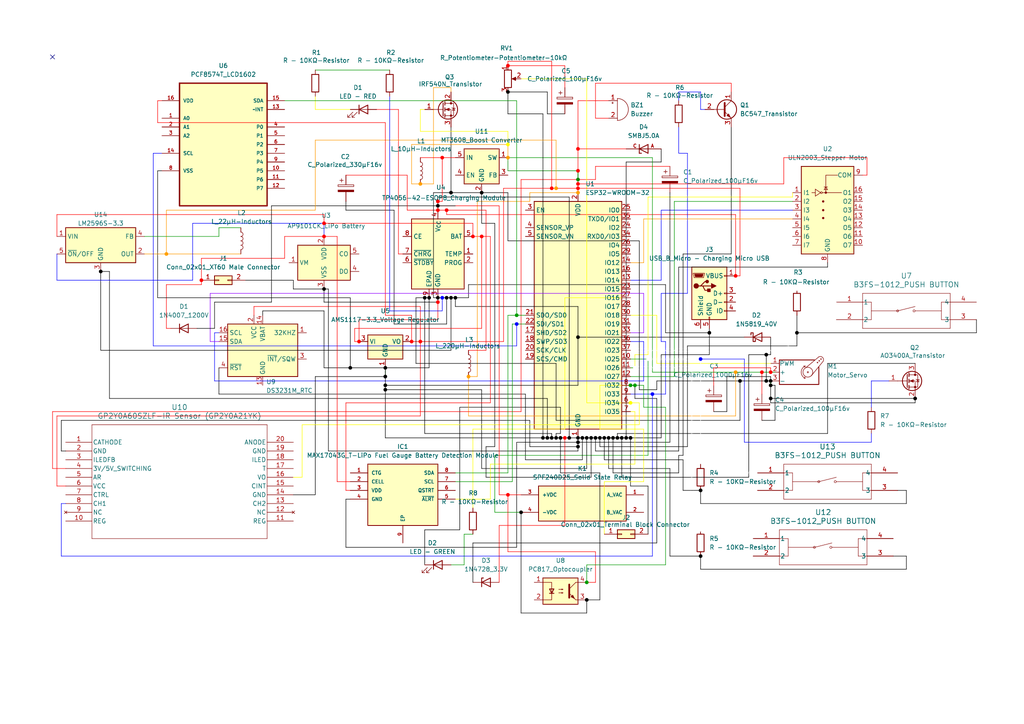
<source format=kicad_sch>
(kicad_sch (version 20250114) (generator "eeschema") (generator_version "9.0")
  (paper "A4")
  (junction (at 160.02 127) (color 0 0 0 1))
  (junction (at 147.32 143.51) (color 255 0 0 1))
  (junction (at 189.23 114.3) (color 0 0 255 1))
  (junction (at 167.64 128.27) (color 0 0 0 1))
  (junction (at 147.32 45.72) (color 255 153 0 1))
  (junction (at 182.88 127) (color 0 0 0 1))
  (junction (at 182.88 116.84) (color 255 255 0 1))
  (junction (at 167.64 49.53) (color 255 0 0 1))
  (junction (at 223.52 107.95) (color 255 0 0 1))
  (junction (at 101.6 106.68) (color 0 0 0 1))
  (junction (at 149.86 93.98) (color 0 0 255 1))
  (junction (at 170.18 168.91))
  (junction (at 135.89 109.22) (color 255 153 0 1))
  (junction (at 111.76 109.22) (color 0 0 0 1))
  (junction (at 158.75 127) (color 0 0 0 1))
  (junction (at 213.36 107.95) (color 255 153 0 1))
  (junction (at 165.1 127) (color 0 0 0 1))
  (junction (at 127 58.42) (color 255 0 0 1))
  (junction (at 220.98 107.95) (color 255 0 0 1))
  (junction (at 167.64 55.88) (color 255 153 0 1))
  (junction (at 203.2 104.14) (color 0 0 255 1))
  (junction (at 167.64 43.18) (color 255 0 0 1))
  (junction (at 168.91 127) (color 0 0 0 1))
  (junction (at 203.2 161.29) (color 0 0 0 1))
  (junction (at 147.32 41.91) (color 255 255 0 1))
  (junction (at 167.64 127) (color 0 0 0 1))
  (junction (at 167.64 53.34) (color 255 0 0 1))
  (junction (at 149.86 91.44))
  (junction (at 157.48 127) (color 0 0 0 1))
  (junction (at 223.52 115.57) (color 0 0 0 1))
  (junction (at 127 59.69) (color 0 0 0 1))
  (junction (at 187.96 104.14) (color 255 255 255 1))
  (junction (at 167.64 54.61) (color 255 0 0 1))
  (junction (at 172.72 127) (color 0 0 0 1))
  (junction (at 127 60.96) (color 255 0 0 1))
  (junction (at 222.25 102.87) (color 0 0 0 1))
  (junction (at 222.25 110.49) (color 0 0 0 1))
  (junction (at 93.98 83.82) (color 0 0 0 1))
  (junction (at 231.14 83.82) (color 255 255 255 1))
  (junction (at 177.8 127) (color 0 0 0 1))
  (junction (at 111.76 106.68) (color 0 0 0 1))
  (junction (at 151.13 148.59) (color 0 0 0 1))
  (junction (at 162.56 127) (color 0 0 0 1))
  (junction (at 161.29 54.61) (color 255 153 0 1))
  (junction (at 167.64 52.07) (color 0 132 0 1))
  (junction (at 167.64 129.54) (color 0 0 0 1))
  (junction (at 180.34 127) (color 0 0 0 1))
  (junction (at 163.83 127) (color 255 0 0 1))
  (junction (at 223.52 110.49) (color 0 0 0 1))
  (junction (at 161.29 127) (color 0 0 0 1))
  (junction (at 205.74 96.52) (color 0 0 0 1))
  (junction (at 231.14 96.52) (color 0 0 0 1))
  (junction (at 93.98 68.58) (color 255 0 0 1))
  (junction (at 137.16 68.58) (color 255 0 0 1))
  (junction (at 104.14 99.06) (color 255 0 0 1))
  (junction (at 182.88 111.76))
  (junction (at 130.81 55.88) (color 0 0 0 1))
  (junction (at 48.26 73.66) (color 255 153 0 1))
  (junction (at 121.92 53.34) (color 255 153 0 1))
  (junction (at 121.92 99.06) (color 255 0 0 1))
  (junction (at 129.54 86.36) (color 0 0 0 1))
  (junction (at 175.26 127) (color 0 0 0 1))
  (junction (at 170.18 173.99) (color 0 0 0 1))
  (junction (at 139.7 55.88) (color 0 0 0 1))
  (junction (at 214.63 110.49) (color 0 0 0 1))
  (junction (at 58.42 81.28) (color 255 0 0 1))
  (junction (at 128.27 86.36) (color 0 0 255 1))
  (junction (at 93.98 64.77) (color 255 0 0 1))
  (junction (at 111.76 111.76) (color 0 0 0 1))
  (junction (at 184.15 106.68) (color 255 255 255 1))
  (junction (at 167.64 97.79) (color 0 0 0 1))
  (junction (at 171.45 127) (color 0 0 0 1))
  (junction (at 128.27 45.72) (color 255 0 0 1))
  (junction (at 184.15 111.76))
  (junction (at 124.46 86.36) (color 0 0 0 1))
  (junction (at 111.76 113.03) (color 0 0 0 1))
  (junction (at 173.99 127) (color 0 0 0 1))
  (junction (at 181.61 127) (color 0 0 0 1))
  (junction (at 147.32 26.67) (color 0 0 0 1))
  (junction (at 123.19 86.36) (color 0 0 0 1))
  (junction (at 203.2 153.67) (color 255 255 255 1))
  (junction (at 139.7 68.58) (color 255 0 0 1))
  (junction (at 127 86.36) (color 0 0 0 1))
  (junction (at 203.2 142.24) (color 0 0 0 1))
  (junction (at 132.08 86.36) (color 0 0 0 1))
  (junction (at 147.32 19.05) (color 255 0 0 1))
  (junction (at 170.18 127) (color 0 0 0 1))
  (junction (at 129.54 60.96) (color 255 0 0 1))
  (junction (at 213.36 80.01) (color 255 0 0 1))
  (junction (at 176.53 127) (color 0 0 0 1))
  (junction (at 203.2 132.08) (color 255 255 255 1))
  (junction (at 119.38 99.06) (color 255 0 0 1))
  (junction (at 130.81 86.36) (color 0 0 0 1))
  (junction (at 265.43 115.57) (color 0 0 0 1))
  (junction (at 160.02 54.61) (color 255 0 0 1))
  (junction (at 127 87.63) (color 255 0 0 1))
  (junction (at 179.07 127) (color 0 0 0 1))
  (junction (at 29.21 78.74) (color 0 0 0 1))
  (junction (at 223.52 111.76) (color 0 0 0 1))
  (no_connect (at 15.24 16.51))
  (wire (pts (xy 203.2 134.62) (xy 203.2 132.08)) (stroke (width 0) (color 255 255 255 1)))
  (wire (pts (xy 82.55 29.21) (xy 149.86 29.21)))
  (wire (pts (xy 147.32 69.85) (xy 147.32 55.88)) (stroke (width 0) (color 0 0 0 1)))
  (wire (pts (xy 176.53 135.89) (xy 176.53 127)) (stroke (width 0) (color 0 0 0 1)))
  (wire (pts (xy 231.14 91.44) (xy 231.14 96.52)) (stroke (width 0) (color 0 0 0 1)))
  (wire (pts (xy 196.85 137.16) (xy 177.8 137.16)) (stroke (width 0) (color 0 0 0 1)))
  (wire (pts (xy 170.18 163.83) (xy 170.18 168.91)))
  (wire (pts (xy 144.78 143.51) (xy 144.78 59.69)) (stroke (width 0) (color 255 0 0 1)))
  (wire (pts (xy 157.48 127) (xy 158.75 127)) (stroke (width 0) (color 0 0 0 1)))
  (wire (pts (xy 190.5 113.03) (xy 185.42 113.03)) (stroke (width 0) (color 0 0 0 1)))
  (wire (pts (xy 185.42 123.19) (xy 185.42 116.84)) (stroke (width 0) (color 255 255 0 1)))
  (wire (pts (xy 175.26 139.7) (xy 186.69 139.7)) (stroke (width 0) (color 255 255 0 1)))
  (wire (pts (xy 19.05 140.97) (xy 16.51 140.97)) (stroke (width 0) (color 255 0 0 1)))
  (wire (pts (xy 151.13 22.86) (xy 170.18 22.86)) (stroke (width 0) (color 255 255 0 1)))
  (wire (pts (xy 142.24 134.62) (xy 184.15 134.62)) (stroke (width 0) (color 255 255 0 1)))
  (wire (pts (xy 194.31 135.89) (xy 176.53 135.89)) (stroke (width 0) (color 0 0 0 1)))
  (wire (pts (xy 147.32 49.53) (xy 147.32 45.72)) (stroke (width 0) (color 0 132 0 1)))
  (wire (pts (xy 203.2 26.67) (xy 203.2 31.75)) (stroke (width 0) (color 0 0 255 1)))
  (wire (pts (xy 180.34 127) (xy 179.07 127)) (stroke (width 0) (color 0 0 0 1)))
  (wire (pts (xy 111.76 91.44) (xy 119.38 91.44)) (stroke (width 0) (color 255 0 0 1)))
  (wire (pts (xy 95.25 130.81) (xy 167.64 130.81)) (stroke (width 0) (color 0 0 0 1)))
  (wire (pts (xy 48.26 60.96) (xy 91.44 60.96)) (stroke (width 0) (color 255 153 0 1)))
  (wire (pts (xy 160.02 127) (xy 161.29 127)) (stroke (width 0) (color 0 0 0 1)))
  (wire (pts (xy 17.78 146.05) (xy 17.78 161.29)) (stroke (width 0) (color 0 0 255 1)))
  (wire (pts (xy 214.63 110.49) (xy 222.25 110.49)) (stroke (width 0) (color 0 0 0 1)))
  (wire (pts (xy 132.08 139.7) (xy 148.59 139.7)))
  (wire (pts (xy 85.09 143.51) (xy 91.44 143.51)) (stroke (width 0) (color 0 0 0 1)))
  (wire (pts (xy 127 92.71) (xy 104.14 92.71)) (stroke (width 0) (color 255 0 0 1)))
  (wire (pts (xy 127 86.36) (xy 127 87.63)) (stroke (width 0) (color 0 0 0 1)))
  (wire (pts (xy 97.79 139.7) (xy 97.79 68.58)) (stroke (width 0) (color 255 0 0 1)))
  (wire (pts (xy 223.52 106.68) (xy 223.52 107.95)) (stroke (width 0) (color 255 0 0 1)))
  (wire (pts (xy 132.08 86.36) (xy 130.81 86.36)) (stroke (width 0) (color 0 0 0 1)))
  (wire (pts (xy 45.72 29.21) (xy 46.99 29.21)) (stroke (width 0) (color 255 0 0 1)))
  (wire (pts (xy 124.46 86.36) (xy 124.46 106.68)) (stroke (width 0) (color 0 0 0 1)))
  (wire (pts (xy 177.8 137.16) (xy 177.8 127)) (stroke (width 0) (color 0 0 0 1)))
  (wire (pts (xy 194.31 128.27) (xy 167.64 128.27)) (stroke (width 0) (color 0 0 0 1)))
  (wire (pts (xy 19.05 130.81) (xy 17.78 130.81)) (stroke (width 0) (color 0 0 0 1)))
  (wire (pts (xy 224.79 107.95) (xy 223.52 107.95)))
  (wire (pts (xy 194.31 48.26) (xy 172.72 48.26)) (stroke (width 0) (color 255 0 0 1)))
  (wire (pts (xy 162.56 118.11) (xy 162.56 125.73)) (stroke (width 0) (color 0 0 0 1)))
  (wire (pts (xy 170.18 177.8) (xy 170.18 173.99)) (stroke (width 0) (color 0 0 0 1)))
  (wire (pts (xy 63.5 66.04) (xy 69.85 66.04)))
  (wire (pts (xy 181.61 46.99) (xy 181.61 127)) (stroke (width 0) (color 0 0 0 1)))
  (wire (pts (xy 140.97 129.54) (xy 140.97 138.43)) (stroke (width 0) (color 0 0 0 1)))
  (wire (pts (xy 121.92 45.72) (xy 128.27 45.72)) (stroke (width 0) (color 255 0 0 1)))
  (wire (pts (xy 140.97 101.6) (xy 135.89 101.6)) (stroke (width 0) (color 255 0 0 1)))
  (wire (pts (xy 170.18 173.99) (xy 173.99 173.99)) (stroke (width 0) (color 0 0 0 1)))
  (wire (pts (xy 95.25 83.82) (xy 95.25 130.81)) (stroke (width 0) (color 0 0 0 1)))
  (wire (pts (xy 173.99 111.76) (xy 182.88 111.76)) (stroke (width 0) (color 255 255 0 1)))
  (wire (pts (xy 147.32 91.44) (xy 147.32 137.16)))
  (wire (pts (xy 93.98 83.82) (xy 93.98 87.63)) (stroke (width 0) (color 0 0 0 1)))
  (wire (pts (xy 207.01 106.68) (xy 223.52 106.68)) (stroke (width 0) (color 255 0 0 1)))
  (wire (pts (xy 148.59 139.7) (xy 148.59 93.98)))
  (wire (pts (xy 85.09 138.43) (xy 87.63 138.43)) (stroke (width 0) (color 255 255 0 1)))
  (wire (pts (xy 172.72 168.91) (xy 170.18 168.91)) (stroke (width 0) (color 255 0 0 1)))
  (wire (pts (xy 170.18 135.89) (xy 170.18 127)) (stroke (width 0) (color 0 0 0 1)))
  (wire (pts (xy 157.48 33.02) (xy 157.48 127)) (stroke (width 0) (color 0 0 0 1)))
  (wire (pts (xy 252.73 110.49) (xy 257.81 110.49)) (stroke (width 0) (color 0 0 255 1)))
  (wire (pts (xy 191.77 85.09) (xy 199.39 85.09)) (stroke (width 0) (color 0 0 255 1)))
  (wire (pts (xy 147.32 26.67) (xy 147.32 33.02)) (stroke (width 0) (color 0 0 0 1)))
  (wire (pts (xy 213.36 62.23) (xy 129.54 62.23)) (stroke (width 0) (color 255 0 0 1)))
  (wire (pts (xy 185.42 113.03) (xy 185.42 69.85)) (stroke (width 0) (color 0 0 0 1)))
  (wire (pts (xy 147.32 91.44) (xy 149.86 91.44)))
  (wire (pts (xy 172.72 34.29) (xy 176.53 34.29)) (stroke (width 0) (color 255 0 0 1)))
  (wire (pts (xy 146.05 54.61) (xy 160.02 54.61)) (stroke (width 0) (color 255 0 0 1)))
  (wire (pts (xy 63.5 68.58) (xy 63.5 66.04)))
  (wire (pts (xy 229.87 58.42) (xy 195.58 58.42)))
  (wire (pts (xy 44.45 100.33) (xy 149.86 100.33)) (stroke (width 0) (color 0 0 255 1)))
  (wire (pts (xy 205.74 95.25) (xy 205.74 96.52)) (stroke (width 0) (color 0 0 0 1)))
  (wire (pts (xy 127 57.15) (xy 165.1 57.15)) (stroke (width 0) (color 0 0 0 1)))
  (wire (pts (xy 102.87 99.06) (xy 104.14 99.06)) (stroke (width 0) (color 255 0 0 1)))
  (wire (pts (xy 187.96 104.14) (xy 203.2 104.14)) (stroke (width 0) (color 255 255 255 1)))
  (wire (pts (xy 175.26 133.35) (xy 175.26 127)) (stroke (width 0) (color 0 0 0 1)))
  (wire (pts (xy 198.12 133.35) (xy 175.26 133.35)) (stroke (width 0) (color 0 0 0 1)))
  (wire (pts (xy 203.2 31.75) (xy 204.47 31.75)) (stroke (width 0) (color 0 0 255 1)))
  (wire (pts (xy 167.64 128.27) (xy 167.64 127)) (stroke (width 0) (color 0 0 0 1)))
  (wire (pts (xy 119.38 91.44) (xy 119.38 99.06)) (stroke (width 0) (color 255 0 0 1)))
  (wire (pts (xy 182.88 127) (xy 181.61 127)) (stroke (width 0) (color 0 0 0 1)))
  (wire (pts (xy 179.07 125.73) (xy 179.07 127)) (stroke (width 0) (color 0 0 0 1)))
  (wire (pts (xy 176.53 29.21) (xy 167.64 29.21)) (stroke (width 0) (color 255 0 0 1)))
  (wire (pts (xy 167.64 43.18) (xy 167.64 49.53)) (stroke (width 0) (color 255 0 0 1)))
  (wire (pts (xy 111.76 109.22) (xy 111.76 106.68)))
  (wire (pts (xy 73.66 91.44) (xy 73.66 88.9)) (stroke (width 0) (color 255 0 0 1)))
  (wire (pts (xy 193.04 99.06) (xy 191.77 99.06)) (stroke (width 0) (color 0 0 255 1)))
  (wire (pts (xy 167.64 54.61) (xy 167.64 55.88)) (stroke (width 0) (color 255 0 0 1)))
  (wire (pts (xy 184.15 106.68) (xy 182.88 106.68)) (stroke (width 0) (color 255 255 0 1)))
  (wire (pts (xy 184.15 119.38) (xy 182.88 119.38)) (stroke (width 0) (color 255 255 0 1)))
  (wire (pts (xy 147.32 143.51) (xy 147.32 160.02)) (stroke (width 0) (color 255 0 0 1)))
  (wire (pts (xy 172.72 24.13) (xy 172.72 34.29)) (stroke (width 0) (color 255 0 0 1)))
  (wire (pts (xy 147.32 17.78) (xy 147.32 19.05)) (stroke (width 0) (color 255 0 0 1)))
  (wire (pts (xy 203.2 153.67) (xy 200.66 153.67)) (stroke (width 0) (color 255 255 255 1)))
  (wire (pts (xy 100.33 158.75) (xy 149.86 158.75)) (stroke (width 0) (color 0 0 0 1)))
  (wire (pts (xy 100.33 144.78) (xy 101.6 144.78)) (stroke (width 0) (color 0 0 0 1)))
  (wire (pts (xy 46.99 44.45) (xy 44.45 44.45)) (stroke (width 0) (color 0 0 255 1)))
  (wire (pts (xy 152.4 133.35) (xy 168.91 133.35)) (stroke (width 0) (color 0 0 0 1)))
  (wire (pts (xy 162.56 137.16) (xy 162.56 127)) (stroke (width 0) (color 0 0 0 1)))
  (wire (pts (xy 203.2 142.24) (xy 198.12 142.24)) (stroke (width 0) (color 0 0 0 1)))
  (wire (pts (xy 16.51 140.97) (xy 16.51 120.65)) (stroke (width 0) (color 255 0 0 1)))
  (wire (pts (xy 181.61 127) (xy 180.34 127)) (stroke (width 0) (color 0 0 0 1)))
  (wire (pts (xy 213.36 107.95) (xy 213.36 120.65)) (stroke (width 0) (color 255 153 0 1)))
  (wire (pts (xy 185.42 69.85) (xy 147.32 69.85)) (stroke (width 0) (color 0 0 0 1)))
  (wire (pts (xy 19.05 146.05) (xy 17.78 146.05)) (stroke (width 0) (color 0 0 255 1)))
  (wire (pts (xy 167.64 43.18) (xy 181.61 43.18)) (stroke (width 0) (color 255 0 0 1)))
  (wire (pts (xy 87.63 123.19) (xy 185.42 123.19)) (stroke (width 0) (color 255 255 0 1)))
  (wire (pts (xy 163.83 33.02) (xy 158.75 33.02)) (stroke (width 0) (color 0 0 0 1)))
  (wire (pts (xy 184.15 102.87) (xy 184.15 106.68)) (stroke (width 0) (color 255 255 0 1)))
  (wire (pts (xy 190.5 110.49) (xy 214.63 110.49)) (stroke (width 0) (color 0 0 0 1)))
  (wire (pts (xy 97.79 68.58) (xy 93.98 68.58)) (stroke (width 0) (color 255 0 0 1)))
  (wire (pts (xy 223.52 107.95) (xy 220.98 107.95)))
  (wire (pts (xy 147.32 41.91) (xy 147.32 45.72)) (stroke (width 0) (color 255 153 0 1)))
  (wire (pts (xy 184.15 134.62) (xy 184.15 119.38)) (stroke (width 0) (color 255 255 0 1)))
  (wire (pts (xy 48.26 73.66) (xy 48.26 60.96)) (stroke (width 0) (color 255 153 0 1)))
  (wire (pts (xy 193.04 163.83) (xy 193.04 118.11)))
  (wire (pts (xy 132.08 137.16) (xy 147.32 137.16)))
  (wire (pts (xy 129.54 60.96) (xy 140.97 60.96)) (stroke (width 0) (color 255 0 0 1)))
  (wire (pts (xy 189.23 114.3) (xy 193.04 114.3)) (stroke (width 0) (color 0 0 255 1)))
  (wire (pts (xy 134.62 154.94) (xy 137.16 154.94)))
  (wire (pts (xy 102.87 95.25) (xy 102.87 99.06)) (stroke (width 0) (color 255 0 0 1)))
  (wire (pts (xy 93.98 62.23) (xy 93.98 64.77)) (stroke (width 0) (color 255 0 0 1)))
  (wire (pts (xy 231.14 96.52) (xy 231.14 100.33)) (stroke (width 0) (color 0 0 0 1)))
  (wire (pts (xy 167.64 97.79) (xy 167.64 88.9)) (stroke (width 0) (color 0 0 0 1)))
  (wire (pts (xy 240.03 77.47) (xy 196.85 77.47)) (stroke (width 0) (color 0 0 0 1)))
  (wire (pts (xy 123.19 153.67) (xy 133.35 153.67)) (stroke (width 0) (color 0 0 0 1)))
  (wire (pts (xy 60.96 99.06) (xy 60.96 85.09)) (stroke (width 0) (color 143 0 255 1)))
  (wire (pts (xy 82.55 74.93) (xy 82.55 68.58)) (stroke (width 0) (color 255 0 0 1)))
  (wire (pts (xy 212.09 36.83) (xy 212.09 73.66)) (stroke (width 0) (color 0 0 0 1)))
  (wire (pts (xy 163.83 127) (xy 165.1 127)) (stroke (width 0) (color 0 0 0 1)))
  (wire (pts (xy 137.16 64.77) (xy 137.16 68.58)) (stroke (width 0) (color 255 0 0 1)))
  (wire (pts (xy 144.78 168.91) (xy 144.78 152.4)) (stroke (width 0) (color 255 0 0 1)))
  (wire (pts (xy 121.92 53.34) (xy 125.73 53.34)) (stroke (width 0) (color 255 153 0 1)))
  (wire (pts (xy 127 87.63) (xy 127 92.71)) (stroke (width 0) (color 255 0 0 1)))
  (wire (pts (xy 137.16 147.32) (xy 137.16 124.46)) (stroke (width 0) (color 255 255 0 1)))
  (wire (pts (xy 167.64 53.34) (xy 167.64 54.61)) (stroke (width 0) (color 255 0 0 1)))
  (wire (pts (xy 149.86 128.27) (xy 167.64 128.27)) (stroke (width 0) (color 0 0 0 1)))
  (wire (pts (xy 227.33 53.34) (xy 167.64 53.34)) (stroke (width 0) (color 255 0 0 1)))
  (wire (pts (xy 190.5 110.49) (xy 190.5 113.03)) (stroke (width 0) (color 0 0 0 1)))
  (wire (pts (xy 147.32 19.05) (xy 163.83 19.05)) (stroke (width 0) (color 255 0 0 1)))
  (wire (pts (xy 158.75 26.67) (xy 147.32 26.67)) (stroke (width 0) (color 0 0 0 1)))
  (wire (pts (xy 130.81 163.83) (xy 134.62 163.83)))
  (wire (pts (xy 121.92 53.34) (xy 119.38 53.34)) (stroke (width 0) (color 255 153 0 1)))
  (wire (pts (xy 85.09 81.28) (xy 85.09 83.82)) (stroke (width 0) (color 0 0 0 1)))
  (wire (pts (xy 187.96 57.15) (xy 229.87 57.15)) (stroke (width 0) (color 255 255 0 1)))
  (wire (pts (xy 172.72 48.26) (xy 172.72 52.07)) (stroke (width 0) (color 255 0 0 1)))
  (wire (pts (xy 160.02 17.78) (xy 160.02 54.61)) (stroke (width 0) (color 255 0 0 1)))
  (wire (pts (xy 93.98 87.63) (xy 127 87.63)) (stroke (width 0) (color 0 0 0 1)))
  (wire (pts (xy 151.13 119.38) (xy 151.13 52.07)) (stroke (width 0) (color 255 0 0 1)))
  (wire (pts (xy 196.85 130.81) (xy 172.72 130.81)) (stroke (width 0) (color 0 0 0 1)))
  (wire (pts (xy 158.75 33.02) (xy 158.75 26.67)) (stroke (width 0) (color 0 0 0 1)))
  (wire (pts (xy 41.91 73.66) (xy 48.26 73.66)) (stroke (width 0) (color 255 153 0 1)))
  (wire (pts (xy 214.63 110.49) (xy 214.63 121.92)) (stroke (width 0) (color 0 0 0 1)))
  (wire (pts (xy 198.12 132.08) (xy 196.85 132.08)) (stroke (width 0) (color 0 0 0 1)))
  (wire (pts (xy 161.29 40.64) (xy 161.29 54.61)) (stroke (width 0) (color 255 153 0 1)))
  (wire (pts (xy 152.4 114.3) (xy 152.4 133.35)) (stroke (width 0) (color 0 0 0 1)))
  (wire (pts (xy 45.72 35.56) (xy 111.76 35.56)) (stroke (width 0) (color 255 0 0 1)))
  (wire (pts (xy 118.11 50.8) (xy 118.11 60.96)) (stroke (width 0) (color 255 0 0 1)))
  (wire (pts (xy 186.69 63.5) (xy 186.69 76.2)) (stroke (width 0) (color 255 153 0 1)))
  (wire (pts (xy 184.15 106.68) (xy 182.88 106.68)))
  (wire (pts (xy 194.31 55.88) (xy 194.31 128.27)) (stroke (width 0) (color 0 0 0 1)))
  (wire (pts (xy 190.5 91.44) (xy 190.5 105.41)) (stroke (width 0) (color 255 255 0 1)))
  (wire (pts (xy 167.64 88.9) (xy 132.08 88.9)) (stroke (width 0) (color 0 0 0 1)))
  (wire (pts (xy 100.33 58.42) (xy 100.33 60.96)) (stroke (width 0) (color 0 0 0 1)))
  (wire (pts (xy 173.99 173.99) (xy 173.99 137.16)) (stroke (width 0) (color 0 0 0 1)))
  (wire (pts (xy 223.52 111.76) (xy 223.52 110.49)))
  (wire (pts (xy 163.83 86.36) (xy 182.88 86.36)) (stroke (width 0) (color 255 255 0 1)))
  (wire (pts (xy 262.89 165.1) (xy 203.2 165.1)) (stroke (width 0) (color 0 0 0 1)))
  (wire (pts (xy 132.08 88.9) (xy 132.08 86.36)) (stroke (width 0) (color 0 0 0 1)))
  (wire (pts (xy 213.36 80.01) (xy 213.36 62.23)) (stroke (width 0) (color 255 0 0 1)))
  (wire (pts (xy 119.38 99.06) (xy 121.92 99.06)) (stroke (width 0) (color 255 0 0 1)))
  (wire (pts (xy 130.81 55.88) (xy 139.7 55.88)) (stroke (width 0) (color 0 0 0 1)))
  (wire (pts (xy 193.04 96.52) (xy 193.04 82.55)) (stroke (width 0) (color 0 0 0 1)))
  (wire (pts (xy 182.88 104.14) (xy 187.96 104.14)))
  (wire (pts (xy 128.27 86.36) (xy 127 86.36)) (stroke (width 0) (color 0 0 0 1)))
  (wire (pts (xy 177.8 127) (xy 176.53 127)) (stroke (width 0) (color 0 0 0 1)))
  (wire (pts (xy 100.33 142.24) (xy 101.6 142.24)) (stroke (width 0) (color 255 0 0 1)))
  (wire (pts (xy 144.78 152.4) (xy 163.83 152.4)) (stroke (width 0) (color 255 0 0 1)))
  (wire (pts (xy 199.39 129.54) (xy 173.99 129.54)) (stroke (width 0) (color 0 0 0 1)))
  (wire (pts (xy 134.62 163.83) (xy 134.62 154.94)))
  (wire (pts (xy 198.12 142.24) (xy 198.12 133.35)) (stroke (width 0) (color 0 0 0 1)))
  (wire (pts (xy 63.5 114.3) (xy 152.4 114.3)) (stroke (width 0) (color 0 0 0 1)))
  (wire (pts (xy 116.84 73.66) (xy 115.57 73.66)) (stroke (width 0) (color 255 0 0 1)))
  (wire (pts (xy 224.79 121.92) (xy 224.79 111.76)) (stroke (width 0) (color 0 0 0 1)))
  (wire (pts (xy 170.18 22.86) (xy 170.18 116.84)) (stroke (width 0) (color 255 255 0 1)))
  (wire (pts (xy 167.64 52.07) (xy 167.64 49.53)) (stroke (width 0) (color 0 132 0 1)))
  (wire (pts (xy 186.69 118.11) (xy 186.69 111.76)))
  (wire (pts (xy 114.3 60.96) (xy 114.3 93.98)) (stroke (width 0) (color 0 0 0 1)))
  (wire (pts (xy 91.44 143.51) (xy 91.44 109.22)) (stroke (width 0) (color 0 0 0 1)))
  (wire (pts (xy 199.39 44.45) (xy 196.85 44.45)) (stroke (width 0) (color 0 0 255 1)))
  (wire (pts (xy 63.5 99.06) (xy 60.96 99.06)) (stroke (width 0) (color 143 0 255 1)))
  (wire (pts (xy 223.52 111.76) (xy 223.52 115.57)) (stroke (width 0) (color 0 0 0 1)))
  (wire (pts (xy 210.82 132.08) (xy 203.2 132.08)) (stroke (width 0) (color 255 255 255 1)))
  (wire (pts (xy 120.65 105.41) (xy 120.65 86.36)) (stroke (width 0) (color 0 0 0 1)))
  (wire (pts (xy 149.86 29.21) (xy 149.86 91.44)))
  (wire (pts (xy 143.51 129.54) (xy 140.97 129.54)) (stroke (width 0) (color 0 0 0 1)))
  (wire (pts (xy 125.73 25.4) (xy 130.81 25.4)) (stroke (width 0) (color 255 153 0 1)))
  (wire (pts (xy 260.35 142.24) (xy 262.89 142.24)) (stroke (width 0) (color 0 0 0 1)))
  (wire (pts (xy 196.85 26.67) (xy 203.2 26.67)) (stroke (width 0) (color 0 0 255 1)))
  (wire (pts (xy 250.19 50.8) (xy 251.46 50.8)) (stroke (width 0) (color 255 0 0 1)))
  (wire (pts (xy 153.67 58.42) (xy 153.67 55.88)) (stroke (width 0) (color 255 153 0 1)))
  (wire (pts (xy 203.2 146.05) (xy 203.2 142.24)) (stroke (width 0) (color 0 0 0 1)))
  (wire (pts (xy 144.78 143.51) (xy 147.32 143.51)) (stroke (width 0) (color 255 0 0 1)))
  (wire (pts (xy 31.75 78.74) (xy 31.75 115.57)) (stroke (width 0) (color 0 0 0 1)))
  (wire (pts (xy 87.63 138.43) (xy 87.63 123.19)) (stroke (width 0) (color 255 255 0 1)))
  (wire (pts (xy 262.89 161.29) (xy 262.89 165.1)) (stroke (width 0) (color 0 0 0 1)))
  (wire (pts (xy 151.13 52.07) (xy 167.64 52.07)) (stroke (width 0) (color 255 0 0 1)))
  (wire (pts (xy 191.77 81.28) (xy 182.88 81.28)) (stroke (width 0) (color 0 0 255 1)))
  (wire (pts (xy 283.21 92.71) (xy 283.21 96.52)) (stroke (width 0) (color 0 0 0 1)))
  (wire (pts (xy 45.72 86.36) (xy 101.6 86.36)) (stroke (width 0) (color 0 0 0 1)))
  (wire (pts (xy 251.46 45.72) (xy 227.33 45.72)) (stroke (width 0) (color 255 0 0 1)))
  (wire (pts (xy 240.03 83.82) (xy 231.14 83.82)) (stroke (width 0) (color 255 255 255 1)))
  (wire (pts (xy 175.26 154.94) (xy 175.26 139.7)) (stroke (width 0) (color 255 255 0 1)))
  (wire (pts (xy 161.29 121.92) (xy 161.29 105.41)) (stroke (width 0) (color 0 0 0 1)))
  (wire (pts (xy 149.86 100.33) (xy 149.86 93.98)) (stroke (width 0) (color 0 0 255 1)))
  (wire (pts (xy 196.85 29.21) (xy 196.85 26.67)) (stroke (width 0) (color 0 0 255 1)))
  (wire (pts (xy 101.6 139.7) (xy 97.79 139.7)) (stroke (width 0) (color 255 0 0 1)))
  (wire (pts (xy 182.88 109.22) (xy 195.58 109.22)))
  (wire (pts (xy 212.09 26.67) (xy 212.09 24.13)) (stroke (width 0) (color 255 0 0 1)))
  (wire (pts (xy 186.69 99.06) (xy 182.88 99.06)) (stroke (width 0) (color 0 0 255 1)))
  (wire (pts (xy 104.14 92.71) (xy 104.14 99.06)) (stroke (width 0) (color 255 0 0 1)))
  (wire (pts (xy 222.25 102.87) (xy 223.52 102.87)) (stroke (width 0) (color 0 0 0 1)))
  (wire (pts (xy 229.87 60.96) (xy 191.77 60.96)) (stroke (width 0) (color 0 0 255 1)))
  (wire (pts (xy 135.89 82.55) (xy 135.89 86.36)) (stroke (width 0) (color 0 0 0 1)))
  (wire (pts (xy 186.69 76.2) (xy 182.88 76.2)) (stroke (width 0) (color 255 153 0 1)))
  (wire (pts (xy 207.01 111.76) (xy 207.01 106.68)) (stroke (width 0) (color 255 0 0 1)))
  (wire (pts (xy 78.74 59.69) (xy 127 59.69)) (stroke (width 0) (color 0 0 0 1)))
  (wire (pts (xy 180.34 138.43) (xy 180.34 127)) (stroke (width 0) (color 0 0 0 1)))
  (wire (pts (xy 223.52 111.76) (xy 223.52 110.49)) (stroke (width 0) (color 0 0 0 1)))
  (wire (pts (xy 137.16 168.91) (xy 137.16 157.48)) (stroke (width 0) (color 0 0 0 1)))
  (wire (pts (xy 240.03 87.63) (xy 240.03 83.82)) (stroke (width 0) (color 255 255 255 1)))
  (wire (pts (xy 45.72 49.53) (xy 45.72 86.36)) (stroke (width 0) (color 0 0 0 1)))
  (wire (pts (xy 265.43 116.84) (xy 265.43 115.57)) (stroke (width 0) (color 0 0 0 1)))
  (wire (pts (xy 144.78 59.69) (xy 127 59.69)) (stroke (width 0) (color 255 0 0 1)))
  (wire (pts (xy 119.38 53.34) (xy 119.38 41.91)) (stroke (width 0) (color 255 153 0 1)))
  (wire (pts (xy 93.98 106.68) (xy 101.6 106.68)) (stroke (width 0) (color 0 0 0 1)))
  (wire (pts (xy 147.32 160.02) (xy 172.72 160.02)) (stroke (width 0) (color 255 0 0 1)))
  (wire (pts (xy 129.54 86.36) (xy 128.27 86.36)) (stroke (width 0) (color 0 0 0 1)))
  (wire (pts (xy 251.46 50.8) (xy 251.46 45.72)) (stroke (width 0) (color 255 0 0 1)))
  (wire (pts (xy 149.86 93.98) (xy 152.4 93.98)))
  (wire (pts (xy 205.74 96.52) (xy 205.74 102.87)) (stroke (width 0) (color 0 0 0 1)))
  (wire (pts (xy 101.6 106.68) (xy 111.76 106.68)) (stroke (width 0) (color 0 0 0 1)))
  (wire (pts (xy 207.01 119.38) (xy 210.82 119.38)) (stroke (width 0) (color 0 0 0 1)))
  (wire (pts (xy 143.51 64.77) (xy 143.51 129.54)) (stroke (width 0) (color 0 0 0 1)))
  (wire (pts (xy 191.77 127) (xy 182.88 127)) (stroke (width 0) (color 0 0 0 1)))
  (wire (pts (xy 265.43 116.84) (xy 223.52 116.84)) (stroke (width 0) (color 0 0 0 1)))
  (wire (pts (xy 186.69 85.09) (xy 186.69 96.52)) (stroke (width 0) (color 143 0 255 1)))
  (wire (pts (xy 184.15 111.76) (xy 182.88 111.76)) (stroke (width 0) (color 0 0 0 1)))
  (wire (pts (xy 127 60.96) (xy 129.54 60.96)) (stroke (width 0) (color 255 0 0 1)))
  (wire (pts (xy 203.2 132.08) (xy 203.2 104.14)) (stroke (width 0) (color 255 255 255 1)))
  (wire (pts (xy 193.04 82.55) (xy 135.89 82.55)) (stroke (width 0) (color 0 0 0 1)))
  (wire (pts (xy 147.32 55.88) (xy 139.7 55.88)) (stroke (width 0) (color 0 0 0 1)))
  (wire (pts (xy 189.23 45.72) (xy 189.23 107.95)))
  (wire (pts (xy 31.75 115.57) (xy 158.75 115.57)) (stroke (width 0) (color 0 0 0 1)))
  (wire (pts (xy 120.65 86.36) (xy 123.19 86.36)) (stroke (width 0) (color 0 0 0 1)))
  (wire (pts (xy 171.45 127) (xy 170.18 127)) (stroke (width 0) (color 0 0 0 1)))
  (wire (pts (xy 186.69 139.7) (xy 186.69 124.46)) (stroke (width 0) (color 255 255 0 1)))
  (wire (pts (xy 62.23 87.63) (xy 78.74 87.63)) (stroke (width 0) (color 0 0 0 1)))
  (wire (pts (xy 118.11 60.96) (xy 127 60.96)) (stroke (width 0) (color 255 0 0 1)))
  (wire (pts (xy 161.29 125.73) (xy 161.29 127)) (stroke (width 0) (color 0 0 0 1)))
  (wire (pts (xy 219.71 137.16) (xy 210.82 137.16)) (stroke (width 0) (color 255 255 255 1)))
  (wire (pts (xy 93.98 64.77) (xy 93.98 68.58)) (stroke (width 0) (color 0 0 255 1)))
  (wire (pts (xy 185.42 116.84) (xy 182.88 116.84)) (stroke (width 0) (color 255 255 0 1)))
  (wire (pts (xy 45.72 29.21) (xy 45.72 35.56)) (stroke (width 0) (color 255 0 0 1)))
  (wire (pts (xy 45.72 49.53) (xy 46.99 49.53)) (stroke (width 0) (color 0 0 0 1)))
  (wire (pts (xy 58.42 82.55) (xy 58.42 81.28)) (stroke (width 0) (color 255 0 0 1)))
  (wire (pts (xy 16.51 73.66) (xy 16.51 81.28)) (stroke (width 0) (color 0 0 255 1)))
  (wire (pts (xy 125.73 55.88) (xy 130.81 55.88)) (stroke (width 0) (color 0 0 0 1)))
  (wire (pts (xy 128.27 45.72) (xy 128.27 58.42)) (stroke (width 0) (color 255 0 0 1)))
  (wire (pts (xy 187.96 140.97) (xy 182.88 140.97)) (stroke (width 0) (color 0 0 0 1)))
  (wire (pts (xy 160.02 54.61) (xy 161.29 54.61)) (stroke (width 0) (color 255 0 0 1)))
  (wire (pts (xy 139.7 135.89) (xy 170.18 135.89)) (stroke (width 0) (color 0 0 0 1)))
  (wire (pts (xy 91.44 60.96) (xy 91.44 40.64)) (stroke (width 0) (color 255 153 0 1)))
  (wire (pts (xy 262.89 146.05) (xy 203.2 146.05)) (stroke (width 0) (color 0 0 0 1)))
  (wire (pts (xy 129.54 62.23) (xy 129.54 60.96)) (stroke (width 0) (color 255 0 0 1)))
  (wire (pts (xy 55.88 81.28) (xy 55.88 64.77)) (stroke (width 0) (color 0 0 255 1)))
  (wire (pts (xy 252.73 118.11) (xy 252.73 110.49)) (stroke (width 0) (color 0 0 255 1)))
  (wire (pts (xy 115.57 73.66) (xy 115.57 31.75)) (stroke (width 0) (color 255 0 0 1)))
  (wire (pts (xy 167.64 49.53) (xy 167.64 52.07)))
  (wire (pts (xy 187.96 132.08) (xy 187.96 104.14)))
  (wire (pts (xy 29.21 101.6) (xy 130.81 101.6)) (stroke (width 0) (color 0 0 0 1)))
  (wire (pts (xy 132.08 45.72) (xy 128.27 45.72)) (stroke (width 0) (color 255 0 0 1)))
  (wire (pts (xy 135.89 120.65) (xy 135.89 109.22)) (stroke (width 0) (color 255 153 0 1)))
  (wire (pts (xy 194.31 161.29) (xy 194.31 135.89)) (stroke (width 0) (color 0 0 0 1)))
  (wire (pts (xy 91.44 31.75) (xy 101.6 31.75)) (stroke (width 0) (color 255 255 0 1)))
  (wire (pts (xy 176.53 127) (xy 175.26 127)) (stroke (width 0) (color 0 0 0 1)))
  (wire (pts (xy 127 58.42) (xy 127 59.69)) (stroke (width 0) (color 0 0 0 1)))
  (wire (pts (xy 153.67 121.92) (xy 153.67 129.54)) (stroke (width 0) (color 0 0 0 1)))
  (wire (pts (xy 223.52 115.57) (xy 265.43 115.57)) (stroke (width 0) (color 0 0 0 1)))
  (wire (pts (xy 259.08 161.29) (xy 262.89 161.29)) (stroke (width 0) (color 0 0 0 1)))
  (wire (pts (xy 222.25 110.49) (xy 223.52 110.49)) (stroke (width 0) (color 0 0 0 1)))
  (wire (pts (xy 115.57 31.75) (xy 109.22 31.75)) (stroke (width 0) (color 255 0 0 1)))
  (wire (pts (xy 111.76 111.76) (xy 111.76 113.03)) (stroke (width 0) (color 0 0 0 1)))
  (wire (pts (xy 62.23 96.52) (xy 63.5 96.52)) (stroke (width 0) (color 0 0 255 1)))
  (wire (pts (xy 111.76 106.68) (xy 111.76 109.22)) (stroke (width 0) (color 0 0 0 1)))
  (wire (pts (xy 214.63 121.92) (xy 161.29 121.92)) (stroke (width 0) (color 0 0 0 1)))
  (wire (pts (xy 189.23 107.95) (xy 213.36 107.95)))
  (wire (pts (xy 82.55 68.58) (xy 93.98 68.58)) (stroke (width 0) (color 255 0 0 1)))
  (wire (pts (xy 123.19 86.36) (xy 123.19 125.73)) (stroke (width 0) (color 0 0 0 1)))
  (wire (pts (xy 167.64 97.79) (xy 167.64 111.76)) (stroke (width 0) (color 0 0 0 1)))
  (wire (pts (xy 184.15 115.57) (xy 184.15 111.76)) (stroke (width 0) (color 0 0 0 1)))
  (wire (pts (xy 58.42 81.28) (xy 58.42 74.93)) (stroke (width 0) (color 255 0 0 1)))
  (wire (pts (xy 190.5 105.41) (xy 223.52 105.41)) (stroke (width 0) (color 255 255 0 1)))
  (wire (pts (xy 140.97 138.43) (xy 171.45 138.43)) (stroke (width 0) (color 0 0 0 1)))
  (wire (pts (xy 203.2 104.14) (xy 215.9 104.14)) (stroke (width 0) (color 0 0 255 1)))
  (wire (pts (xy 165.1 127) (xy 167.64 127)) (stroke (width 0) (color 0 0 0 1)))
  (wire (pts (xy 167.64 111.76) (xy 111.76 111.76)) (stroke (width 0) (color 0 0 0 1)))
  (wire (pts (xy 220.98 121.92) (xy 224.79 121.92)) (stroke (width 0) (color 0 0 0 1)))
  (wire (pts (xy 62.23 96.52) (xy 62.23 110.49)) (stroke (width 0) (color 0 0 255 1)))
  (wire (pts (xy 214.63 80.01) (xy 213.36 80.01)) (stroke (width 0) (color 255 0 0 1)))
  (wire (pts (xy 214.63 54.61) (xy 167.64 54.61)) (stroke (width 0) (color 255 0 0 1)))
  (wire (pts (xy 199.39 100.33) (xy 199.39 129.54)) (stroke (width 0) (color 0 0 0 1)))
  (wire (pts (xy 191.77 43.18) (xy 191.77 46.99)) (stroke (width 0) (color 0 0 0 1)))
  (wire (pts (xy 139.7 113.03) (xy 139.7 135.89)) (stroke (width 0) (color 0 0 0 1)))
  (wire (pts (xy 111.76 127) (xy 157.48 127)) (stroke (width 0) (color 0 0 0 1)))
  (wire (pts (xy 222.25 102.87) (xy 222.25 110.49)) (stroke (width 0) (color 0 0 0 1)))
  (wire (pts (xy 149.86 91.44) (xy 152.4 91.44)))
  (wire (pts (xy 158.75 115.57) (xy 158.75 127)) (stroke (width 0) (color 0 0 0 1)))
  (wire (pts (xy 102.87 95.25) (xy 139.7 95.25)) (stroke (width 0) (color 255 0 0 1)))
  (wire (pts (xy 121.92 38.1) (xy 121.92 31.75)) (stroke (width 0) (color 255 255 0 1)))
  (wire (pts (xy 130.81 101.6) (xy 130.81 86.36)) (stroke (width 0) (color 0 0 0 1)))
  (wire (pts (xy 121.92 31.75) (xy 123.19 31.75)) (stroke (width 0) (color 255 255 0 1)))
  (wire (pts (xy 143.51 148.59) (xy 143.51 132.08)))
  (wire (pts (xy 198.12 73.66) (xy 198.12 132.08)) (stroke (width 0) (color 0 0 0 1)))
  (wire (pts (xy 123.19 86.36) (xy 124.46 86.36)) (stroke (width 0) (color 0 0 0 1)))
  (wire (pts (xy 262.89 142.24) (xy 262.89 146.05)) (stroke (width 0) (color 0 0 0 1)))
  (wire (pts (xy 179.07 127) (xy 177.8 127)) (stroke (width 0) (color 0 0 0 1)))
  (wire (pts (xy 200.66 153.67) (xy 200.66 106.68)) (stroke (width 0) (color 255 255 255 1)))
  (wire (pts (xy 19.05 135.89) (xy 15.24 135.89)) (stroke (width 0) (color 255 0 0 1)))
  (wire (pts (xy 143.51 132.08) (xy 187.96 132.08)))
  (wire (pts (xy 125.73 86.36) (xy 125.73 55.88)) (stroke (width 0) (color 0 0 0 1)))
  (wire (pts (xy 16.51 81.28) (xy 55.88 81.28)) (stroke (width 0) (color 0 0 255 1)))
  (wire (pts (xy 172.72 160.02) (xy 172.72 168.91)) (stroke (width 0) (color 255 0 0 1)))
  (wire (pts (xy 142.24 144.78) (xy 142.24 134.62)) (stroke (width 0) (color 255 255 0 1)))
  (wire (pts (xy 137.16 124.46) (xy 163.83 124.46)) (stroke (width 0) (color 255 255 0 1)))
  (wire (pts (xy 151.13 177.8) (xy 170.18 177.8)) (stroke (width 0) (color 0 0 0 1)))
  (wire (pts (xy 186.69 110.49) (xy 186.69 99.06)) (stroke (width 0) (color 0 0 255 1)))
  (wire (pts (xy 182.88 111.76) (xy 184.15 111.76)))
  (wire (pts (xy 135.89 86.36) (xy 132.08 86.36)) (stroke (width 0) (color 0 0 0 1)))
  (wire (pts (xy 16.51 68.58) (xy 16.51 62.23)) (stroke (width 0) (color 255 0 0 1)))
  (wire (pts (xy 218.44 153.67) (xy 203.2 153.67)) (stroke (width 0) (color 255 255 255 1)))
  (wire (pts (xy 138.43 109.22) (xy 138.43 58.42)) (stroke (width 0) (color 255 153 0 1)))
  (wire (pts (xy 133.35 153.67) (xy 133.35 118.11)) (stroke (width 0) (color 0 0 0 1)))
  (wire (pts (xy 220.98 114.3) (xy 220.98 107.95)) (stroke (width 0) (color 255 0 0 1)))
  (wire (pts (xy 158.75 127) (xy 160.02 127)) (stroke (width 0) (color 0 0 0 1)))
  (wire (pts (xy 187.96 57.15) (xy 187.96 102.87)) (stroke (width 0) (color 255 255 0 1)))
  (wire (pts (xy 217.17 138.43) (xy 180.34 138.43)) (stroke (width 0) (color 0 0 0 1)))
  (wire (pts (xy 111.76 111.76) (xy 111.76 109.22)) (stroke (width 0) (color 0 0 0 1)))
  (wire (pts (xy 139.7 95.25) (xy 139.7 68.58)) (stroke (width 0) (color 255 0 0 1)))
  (wire (pts (xy 212.09 73.66) (xy 198.12 73.66)) (stroke (width 0) (color 0 0 0 1)))
  (wire (pts (xy 91.44 20.32) (xy 113.03 20.32)))
  (wire (pts (xy 231.14 83.82) (xy 228.6 83.82)) (stroke (width 0) (color 255 255 255 1)))
  (wire (pts (xy 167.64 52.07) (xy 167.64 53.34)) (stroke (width 0) (color 255 0 0 1)))
  (wire (pts (xy 163.83 25.4) (xy 163.83 19.05)) (stroke (width 0) (color 255 0 0 1)))
  (wire (pts (xy 73.66 88.9) (xy 121.92 88.9)) (stroke (width 0) (color 255 0 0 1)))
  (wire (pts (xy 100.33 60.96) (xy 114.3 60.96)) (stroke (width 0) (color 0 0 0 1)))
  (wire (pts (xy 205.74 96.52) (xy 193.04 96.52)) (stroke (width 0) (color 0 0 0 1)))
  (wire (pts (xy 182.88 127) (xy 182.88 140.97)) (stroke (width 0) (color 0 0 0 1)))
  (wire (pts (xy 186.69 111.76) (xy 184.15 111.76)))
  (wire (pts (xy 60.96 85.09) (xy 186.69 85.09)) (stroke (width 0) (color 143 0 255 1)))
  (wire (pts (xy 193.04 118.11) (xy 186.69 118.11)))
  (wire (pts (xy 15.24 119.38) (xy 151.13 119.38)) (stroke (width 0) (color 255 0 0 1)))
  (wire (pts (xy 111.76 113.03) (xy 111.76 127)) (stroke (width 0) (color 0 0 0 1)))
  (wire (pts (xy 189.23 161.29) (xy 189.23 114.3)) (stroke (width 0) (color 0 0 255 1)))
  (wire (pts (xy 165.1 57.15) (xy 165.1 127)) (stroke (width 0) (color 0 0 0 1)))
  (wire (pts (xy 91.44 109.22) (xy 111.76 109.22)) (stroke (width 0) (color 0 0 0 1)))
  (wire (pts (xy 161.29 105.41) (xy 120.65 105.41)) (stroke (width 0) (color 0 0 0 1)))
  (wire (pts (xy 217.17 102.87) (xy 217.17 138.43)) (stroke (width 0) (color 0 0 0 1)))
  (wire (pts (xy 167.64 29.21) (xy 167.64 43.18)) (stroke (width 0) (color 255 0 0 1)))
  (wire (pts (xy 223.52 109.22) (xy 223.52 110.49)) (stroke (width 0) (color 0 0 0 1)))
  (wire (pts (xy 224.79 111.76) (xy 223.52 111.76)) (stroke (width 0) (color 0 0 0 1)))
  (wire (pts (xy 48.26 95.25) (xy 49.53 95.25)) (stroke (width 0) (color 255 0 0 1)))
  (wire (pts (xy 173.99 127) (xy 172.72 127)) (stroke (width 0) (color 0 0 0 1)))
  (wire (pts (xy 148.59 93.98) (xy 149.86 93.98)))
  (wire (pts (xy 138.43 58.42) (xy 153.67 58.42)) (stroke (width 0) (color 255 153 0 1)))
  (wire (pts (xy 29.21 78.74) (xy 29.21 101.6)) (stroke (width 0) (color 0 0 0 1)))
  (wire (pts (xy 114.3 93.98) (xy 129.54 93.98)) (stroke (width 0) (color 0 0 0 1)))
  (wire (pts (xy 17.78 121.92) (xy 153.67 121.92)) (stroke (width 0) (color 0 0 0 1)))
  (wire (pts (xy 228.6 83.82) (xy 228.6 101.6)) (stroke (width 0) (color 255 255 255 1)))
  (wire (pts (xy 135.89 109.22) (xy 138.43 109.22)) (stroke (width 0) (color 255 153 0 1)))
  (wire (pts (xy 100.33 142.24) (xy 100.33 116.84)) (stroke (width 0) (color 255 0 0 1)))
  (wire (pts (xy 210.82 109.22) (xy 223.52 109.22)) (stroke (width 0) (color 0 0 0 1)))
  (wire (pts (xy 63.5 106.68) (xy 63.5 114.3)) (stroke (width 0) (color 0 0 0 1)))
  (wire (pts (xy 17.78 130.81) (xy 17.78 121.92)) (stroke (width 0) (color 0 0 0 1)))
  (wire (pts (xy 190.5 157.48) (xy 190.5 115.57)) (stroke (width 0) (color 0 0 0 1)))
  (wire (pts (xy 147.32 41.91) (xy 147.32 38.1)) (stroke (width 0) (color 255 255 0 1)))
  (wire (pts (xy 240.03 105.41) (xy 240.03 125.73)) (stroke (width 0) (color 0 0 0 1)))
  (wire (pts (xy 130.81 25.4) (xy 130.81 26.67)) (stroke (width 0) (color 255 153 0 1)))
  (wire (pts (xy 223.52 115.57) (xy 223.52 116.84)) (stroke (width 0) (color 0 0 0 1)))
  (wire (pts (xy 161.29 127) (xy 162.56 127)) (stroke (width 0) (color 0 0 0 1)))
  (wire (pts (xy 100.33 50.8) (xy 118.11 50.8)) (stroke (width 0) (color 255 0 0 1)))
  (wire (pts (xy 203.2 165.1) (xy 203.2 161.29)) (stroke (width 0) (color 0 0 0 1)))
  (wire (pts (xy 162.56 125.73) (xy 161.29 125.73)) (stroke (width 0) (color 0 0 0 1)))
  (wire (pts (xy 41.91 68.58) (xy 63.5 68.58)))
  (wire (pts (xy 147.32 38.1) (xy 121.92 38.1)) (stroke (width 0) (color 255 255 0 1)))
  (wire (pts (xy 182.88 91.44) (xy 190.5 91.44)) (stroke (width 0) (color 255 255 0 1)))
  (wire (pts (xy 240.03 87.63) (xy 242.57 87.63)) (stroke (width 0) (color 255 255 255 1)))
  (wire (pts (xy 71.12 81.28) (xy 85.09 81.28)) (stroke (width 0) (color 0 0 0 1)))
  (wire (pts (xy 48.26 73.66) (xy 69.85 73.66)) (stroke (width 0) (color 255 153 0 1)))
  (wire (pts (xy 203.2 161.29) (xy 194.31 161.29)) (stroke (width 0) (color 0 0 0 1)))
  (wire (pts (xy 130.81 86.36) (xy 129.54 86.36)) (stroke (width 0) (color 0 0 0 1)))
  (wire (pts (xy 168.91 127) (xy 170.18 127)) (stroke (width 0) (color 0 0 0 1)))
  (wire (pts (xy 101.6 86.36) (xy 101.6 106.68)) (stroke (width 0) (color 0 0 0 1)))
  (wire (pts (xy 212.09 24.13) (xy 172.72 24.13)) (stroke (width 0) (color 255 0 0 1)))
  (wire (pts (xy 48.26 95.25) (xy 48.26 82.55)) (stroke (width 0) (color 255 0 0 1)))
  (wire (pts (xy 228.6 101.6) (xy 182.88 101.6)) (stroke (width 0) (color 255 255 255 1)))
  (wire (pts (xy 167.64 128.27) (xy 167.64 129.54)) (stroke (width 0) (color 0 0 0 1)))
  (wire (pts (xy 172.72 130.81) (xy 172.72 127)) (stroke (width 0) (color 0 0 0 1)))
  (wire (pts (xy 15.24 135.89) (xy 15.24 119.38)) (stroke (width 0) (color 255 0 0 1)))
  (wire (pts (xy 58.42 74.93) (xy 82.55 74.93)) (stroke (width 0) (color 255 0 0 1)))
  (wire (pts (xy 168.91 133.35) (xy 168.91 127)) (stroke (width 0) (color 0 0 0 1)))
  (wire (pts (xy 231.14 96.52) (xy 283.21 96.52)) (stroke (width 0) (color 0 0 0 1)))
  (wire (pts (xy 223.52 97.79) (xy 223.52 102.87)) (stroke (width 0) (color 0 0 0 1)))
  (wire (pts (xy 149.86 128.27) (xy 149.86 158.75)) (stroke (width 0) (color 0 0 0 1)))
  (wire (pts (xy 142.24 116.84) (xy 142.24 68.58)) (stroke (width 0) (color 255 0 0 1)))
  (wire (pts (xy 137.16 68.58) (xy 139.7 68.58)) (stroke (width 0) (color 255 0 0 1)))
  (wire (pts (xy 173.99 137.16) (xy 162.56 137.16)) (stroke (width 0) (color 0 0 0 1)))
  (wire (pts (xy 167.64 97.79) (xy 215.9 97.79)) (stroke (width 0) (color 0 0 0 1)))
  (wire (pts (xy 128.27 90.17) (xy 128.27 86.36)) (stroke (width 0) (color 0 0 255 1)))
  (wire (pts (xy 172.72 127) (xy 171.45 127)) (stroke (width 0) (color 0 0 0 1)))
  (wire (pts (xy 162.56 127) (xy 163.83 127)) (stroke (width 0) (color 0 0 0 1)))
  (wire (pts (xy 210.82 137.16) (xy 210.82 132.08)) (stroke (width 0) (color 255 255 255 1)))
  (wire (pts (xy 119.38 41.91) (xy 147.32 41.91)) (stroke (width 0) (color 255 153 0 1)))
  (wire (pts (xy 139.7 64.77) (xy 143.51 64.77)) (stroke (width 0) (color 0 0 0 1)))
  (wire (pts (xy 57.15 95.25) (xy 62.23 95.25)) (stroke (width 0) (color 0 0 0 1)))
  (wire (pts (xy 127 59.69) (xy 127 60.96)) (stroke (width 0) (color 255 0 0 1)))
  (wire (pts (xy 127 86.36) (xy 125.73 86.36)) (stroke (width 0) (color 0 0 0 1)))
  (wire (pts (xy 229.87 57.15) (xy 229.87 55.88)) (stroke (width 0) (color 255 255 0 1)))
  (wire (pts (xy 93.98 83.82) (xy 95.25 83.82)) (stroke (width 0) (color 0 0 0 1)))
  (wire (pts (xy 187.96 154.94) (xy 187.96 140.97)) (stroke (width 0) (color 0 0 0 1)))
  (wire (pts (xy 147.32 33.02) (xy 157.48 33.02)) (stroke (width 0) (color 0 0 0 1)))
  (wire (pts (xy 170.18 116.84) (xy 182.88 116.84)) (stroke (width 0) (color 255 255 0 1)))
  (wire (pts (xy 146.05 99.06) (xy 146.05 54.61)) (stroke (width 0) (color 255 0 0 1)))
  (wire (pts (xy 200.66 106.68) (xy 184.15 106.68)) (stroke (width 0) (color 255 255 255 1)))
  (wire (pts (xy 16.51 62.23) (xy 93.98 62.23)) (stroke (width 0) (color 255 0 0 1)))
  (wire (pts (xy 163.83 152.4) (xy 163.83 127)) (stroke (width 0) (color 255 0 0 1)))
  (wire (pts (xy 151.13 148.59) (xy 151.13 177.8)) (stroke (width 0) (color 0 0 0 1)))
  (wire (pts (xy 252.73 128.27) (xy 252.73 125.73)) (stroke (width 0) (color 0 0 255 1)))
  (wire (pts (xy 167.64 127) (xy 168.91 127)) (stroke (width 0) (color 0 0 0 1)))
  (wire (pts (xy 161.29 54.61) (xy 167.64 54.61)) (stroke (width 0) (color 255 0 0 1)))
  (wire (pts (xy 130.81 36.83) (xy 130.81 55.88)) (stroke (width 0) (color 0 0 0 1)))
  (wire (pts (xy 218.44 156.21) (xy 218.44 153.67)) (stroke (width 0) (color 255 255 255 1)))
  (wire (pts (xy 187.96 102.87) (xy 184.15 102.87)) (stroke (width 0) (color 255 255 0 1)))
  (wire (pts (xy 213.36 120.65) (xy 135.89 120.65)) (stroke (width 0) (color 255 153 0 1)))
  (wire (pts (xy 44.45 44.45) (xy 44.45 100.33)) (stroke (width 0) (color 0 0 255 1)))
  (wire (pts (xy 173.99 124.46) (xy 173.99 111.76)) (stroke (width 0) (color 255 255 0 1)))
  (wire (pts (xy 240.03 77.47) (xy 240.03 76.2)) (stroke (width 0) (color 0 0 0 1)))
  (wire (pts (xy 100.33 158.75) (xy 100.33 144.78)) (stroke (width 0) (color 0 0 0 1)))
  (wire (pts (xy 93.98 64.77) (xy 137.16 64.77)) (stroke (width 0) (color 255 0 0 1)))
  (wire (pts (xy 167.64 129.54) (xy 167.64 130.81)) (stroke (width 0) (color 0 0 0 1)))
  (wire (pts (xy 214.63 80.01) (xy 214.63 54.61)) (stroke (width 0) (color 255 0 0 1)))
  (wire (pts (xy 191.77 102.87) (xy 191.77 127)) (stroke (width 0) (color 0 0 0 1)))
  (wire (pts (xy 191.77 99.06) (xy 191.77 85.09)) (stroke (width 0) (color 0 0 255 1)))
  (wire (pts (xy 199.39 85.09) (xy 199.39 44.45)) (stroke (width 0) (color 0 0 255 1)))
  (wire (pts (xy 163.83 124.46) (xy 163.83 86.36)) (stroke (width 0) (color 255 255 0 1)))
  (wire (pts (xy 16.51 120.65) (xy 121.92 120.65)) (stroke (width 0) (color 255 0 0 1)))
  (wire (pts (xy 76.2 90.17) (xy 76.2 91.44)) (stroke (width 0) (color 0 0 0 1)))
  (wire (pts (xy 140.97 60.96) (xy 140.97 101.6)) (stroke (width 0) (color 255 0 0 1)))
  (wire (pts (xy 91.44 40.64) (xy 161.29 40.64)) (stroke (width 0) (color 255 153 0 1)))
  (wire (pts (xy 186.69 124.46) (xy 173.99 124.46)) (stroke (width 0) (color 255 255 0 1)))
  (wire (pts (xy 76.2 90.17) (xy 93.98 90.17)) (stroke (width 0) (color 0 0 0 1)))
  (wire (pts (xy 167.64 49.53) (xy 147.32 49.53)) (stroke (width 0) (color 0 132 0 1)))
  (wire (pts (xy 190.5 115.57) (xy 184.15 115.57)) (stroke (width 0) (color 0 0 0 1)))
  (wire (pts (xy 111.76 35.56) (xy 111.76 91.44)) (stroke (width 0) (color 255 0 0 1)))
  (wire (pts (xy 48.26 82.55) (xy 58.42 82.55)) (stroke (width 0) (color 255 0 0 1)))
  (wire (pts (xy 170.18 163.83) (xy 193.04 163.83)))
  (wire (pts (xy 147.32 45.72) (xy 189.23 45.72)))
  (wire (pts (xy 62.23 95.25) (xy 62.23 87.63)) (stroke (width 0) (color 0 0 0 1)))
  (wire (pts (xy 215.9 128.27) (xy 252.73 128.27)) (stroke (width 0) (color 0 0 255 1)))
  (wire (pts (xy 132.08 144.78) (xy 142.24 144.78)) (stroke (width 0) (color 255 255 0 1)))
  (wire (pts (xy 182.88 114.3) (xy 189.23 114.3)) (stroke (width 0) (color 0 0 255 1)))
  (wire (pts (xy 111.76 113.03) (xy 139.7 113.03)) (stroke (width 0) (color 0 0 0 1)))
  (wire (pts (xy 123.19 163.83) (xy 123.19 153.67)) (stroke (width 0) (color 0 0 0 1)))
  (wire (pts (xy 147.32 17.78) (xy 160.02 17.78)) (stroke (width 0) (color 255 0 0 1)))
  (wire (pts (xy 55.88 64.77) (xy 93.98 64.77)) (stroke (width 0) (color 0 0 255 1)))
  (wire (pts (xy 186.69 96.52) (xy 182.88 96.52)) (stroke (width 0) (color 143 0 255 1)))
  (wire (pts (xy 196.85 44.45) (xy 196.85 36.83)) (stroke (width 0) (color 0 0 255 1)))
  (wire (pts (xy 153.67 55.88) (xy 167.64 55.88)) (stroke (width 0) (color 255 153 0 1)))
  (wire (pts (xy 172.72 52.07) (xy 167.64 52.07)) (stroke (width 0) (color 255 0 0 1)))
  (wire (pts (xy 123.19 125.73) (xy 160.02 125.73)) (stroke (width 0) (color 0 0 0 1)))
  (wire (pts (xy 160.02 125.73) (xy 160.02 127)) (stroke (width 0) (color 0 0 0 1)))
  (wire (pts (xy 153.67 129.54) (xy 167.64 129.54)) (stroke (width 0) (color 0 0 0 1)))
  (wire (pts (xy 133.35 118.11) (xy 162.56 118.11)) (stroke (width 0) (color 0 0 0 1)))
  (wire (pts (xy 193.04 114.3) (xy 193.04 99.06)) (stroke (width 0) (color 0 0 255 1)))
  (wire (pts (xy 191.77 46.99) (xy 181.61 46.99)) (stroke (width 0) (color 0 0 0 1)))
  (wire (pts (xy 139.7 55.88) (xy 139.7 64.77)) (stroke (width 0) (color 0 0 0 1)))
  (wire (pts (xy 217.17 102.87) (xy 222.25 102.87)) (stroke (width 0) (color 0 0 0 1)))
  (wire (pts (xy 173.99 129.54) (xy 173.99 127)) (stroke (width 0) (color 0 0 0 1)))
  (wire (pts (xy 91.44 27.94) (xy 91.44 31.75)) (stroke (width 0) (color 255 255 0 1)))
  (wire (pts (xy 129.54 86.36) (xy 129.54 93.98)) (stroke (width 0) (color 0 0 0 1)))
  (wire (pts (xy 213.36 107.95) (xy 220.98 107.95)))
  (wire (pts (xy 113.03 90.17) (xy 128.27 90.17)) (stroke (width 0) (color 0 0 255 1)))
  (wire (pts (xy 196.85 132.08) (xy 196.85 137.16)) (stroke (width 0) (color 0 0 0 1)))
  (wire (pts (xy 265.43 105.41) (xy 240.03 105.41)) (stroke (width 0) (color 0 0 0 1)))
  (wire (pts (xy 113.03 27.94) (xy 113.03 90.17)) (stroke (width 0) (color 0 0 255 1)))
  (wire (pts (xy 240.03 125.73) (xy 179.07 125.73)) (stroke (width 0) (color 0 0 0 1)))
  (wire (pts (xy 196.85 77.47) (xy 196.85 130.81)) (stroke (width 0) (color 0 0 0 1)))
  (wire (pts (xy 85.09 83.82) (xy 93.98 83.82)) (stroke (width 0) (color 0 0 0 1)))
  (wire (pts (xy 78.74 87.63) (xy 78.74 59.69)) (stroke (width 0) (color 0 0 0 1)))
  (wire (pts (xy 125.73 53.34) (xy 125.73 25.4)) (stroke (width 0) (color 255 153 0 1)))
  (wire (pts (xy 121.92 120.65) (xy 121.92 99.06)) (stroke (width 0) (color 255 0 0 1)))
  (wire (pts (xy 215.9 104.14) (xy 215.9 128.27)) (stroke (width 0) (color 0 0 255 1)))
  (wire (pts (xy 143.51 148.59) (xy 151.13 148.59)))
  (wire (pts (xy 227.33 45.72) (xy 227.33 53.34)) (stroke (width 0) (color 255 0 0 1)))
  (wire (pts (xy 210.82 119.38) (xy 210.82 109.22)) (stroke (width 0) (color 0 0 0 1)))
  (wire (pts (xy 139.7 68.58) (xy 142.24 68.58)) (stroke (width 0) (color 255 0 0 1)))
  (wire (pts (xy 132.08 59.69) (xy 127 59.69)) (stroke (width 0) (color 0 0 0 1)))
  (wire (pts (xy 229.87 63.5) (xy 186.69 63.5)) (stroke (width 0) (color 255 153 0 1)))
  (wire (pts (xy 195.58 58.42) (xy 195.58 109.22)))
  (wire (pts (xy 124.46 106.68) (xy 111.76 106.68)) (stroke (width 0) (color 0 0 0 1)))
  (wire (pts (xy 100.33 116.84) (xy 142.24 116.84)) (stroke (width 0) (color 255 0 0 1)))
  (wire (pts (xy 128.27 58.42) (xy 127 58.42)) (stroke (width 0) (color 255 0 0 1)))
  (wire (pts (xy 205.74 102.87) (xy 191.77 102.87)) (stroke (width 0) (color 0 0 0 1)))
  (wire (pts (xy 171.45 138.43) (xy 171.45 127)) (stroke (width 0) (color 0 0 0 1)))
  (wire (pts (xy 93.98 90.17) (xy 93.98 106.68)) (stroke (width 0) (color 0 0 0 1)))
  (wire (pts (xy 17.78 161.29) (xy 189.23 161.29)) (stroke (width 0) (color 0 0 255 1)))
  (wire (pts (xy 175.26 127) (xy 173.99 127)) (stroke (width 0) (color 0 0 0 1)))
  (wire (pts (xy 127 57.15) (xy 127 58.42)) (stroke (width 0) (color 0 0 0 1)))
  (wire (pts (xy 121.92 99.06) (xy 146.05 99.06)) (stroke (width 0) (color 255 0 0 1)))
  (wire (pts (xy 231.14 100.33) (xy 199.39 100.33)) (stroke (width 0) (color 0 0 0 1)))
  (wire (pts (xy 121.92 88.9) (xy 121.92 99.06)) (stroke (width 0) (color 255 0 0 1)))
  (wire (pts (xy 29.21 78.74) (xy 31.75 78.74)) (stroke (width 0) (color 0 0 0 1)))
  (wire (pts (xy 62.23 110.49) (xy 186.69 110.49)) (stroke (width 0) (color 0 0 255 1)))
  (wire (pts (xy 147.32 143.51) (xy 151.13 143.51)) (stroke (width 0) (color 255 0 0 1)))
  (wire (pts (xy 137.16 157.48) (xy 190.5 157.48)) (stroke (width 0) (color 0 0 0 1)))
  (wire (pts (xy 191.77 60.96) (xy 191.77 81.28)) (stroke (width 0) (color 0 0 255 1)))
  (symbol (lib_id "SPF240D25:SPF240D25") (at 168.91 146.05 0) (unit 1)
    (property "Reference" "K1" (at 168.91 135.89 0))
    (property "Value" "SPF240D25_Solid State Relay" (at 168.91 138.43 0))
    (property "Footprint" "SPF240D25:RELAY_SPF240D25" (effects (hide yes)))
    (property "MF" "Sensata-Crydom" (effects (hide yes)))
    (property "MAXIMUM_PACKAGE_HEIGHT" "35.47mm" (effects (hide yes)))
    (property "Package" "None" (effects (hide yes)))
    (property "Price" "None" (effects (hide yes)))
    (property "Check_prices" "https://www.snapeda.com/parts/SPF240D25/Sensata-Crydom/view-part/?ref=eda" (effects (hide yes)))
    (property "STANDARD" "IPC-7351B" (effects (hide yes)))
    (property "SnapEDA_Link" "https://www.snapeda.com/parts/SPF240D25/Sensata-Crydom/view-part/?ref=snap" (effects (hide yes)))
    (property "MP" "SPF240D25" (effects (hide yes)))
    (property "Description_1" "Solid State Relay, 3-15 VDC, SPST-NO, 25A/280VAC, Zero Switching, SPF Series | Sensata - Crydom SPF240D25" (effects (hide yes)))
    (property "Availability" "In Stock" (effects (hide yes)))
    (property "MANUFACTURER" "Crydom" (effects (hide yes)))
  )
  (symbol (lib_id "Device:R") (at 252.73 121.92 0) (unit 1)
    (property "Reference" "R7" (at 255.27 120.6499 0) (effects (justify left)))
    (property "Value" "R - 10KΩ-Resistor" (at 255.27 123.1899 0) (effects (justify left)))
    (property "Description" "Resistor" (effects (hide yes)))
  )
  (symbol (lib_id "GP2Y0A60SZLF:GP2Y0A60SZLF") (at 19.05 128.27 0) (unit 1)
    (property "Reference" "U10" (at 52.07 118.11 0) (effects (font (size 1.524 1.524))))
    (property "Value" "GP2Y0A60SZLF-IR Sensor (GP2Y0A21YK)" (at 52.07 120.65 0) (effects (font (size 1.524 1.524))))
    (property "Footprint" "DIP_A60SZLF_SHP" (effects (hide yes)))
    (property "Datasheet" "GP2Y0A60SZLF" (effects (hide yes)))
  )
  (symbol (lib_id "Device:R") (at 113.03 24.13 0) (unit 1)
    (property "Reference" "R2" (at 112.014 15.24 0) (effects (justify left)))
    (property "Value" "R - 10KΩ-Resistor" (at 103.632 17.526 0) (effects (justify left)))
    (property "Description" "Resistor" (effects (hide yes)))
  )
  (symbol (lib_id "Device:LED") (at 105.41 31.75 0) (unit 1)
    (property "Reference" "D1" (at 103.8225 25.4 0))
    (property "Value" "LED - RED" (at 103.8225 27.94 0))
    (property "Description" "Light emitting diode" (effects (hide yes)))
    (property "Sim.Pins" "1=K 2=A" (effects (hide yes)))
  )
  (symbol (lib_id "Transistor_FET:IRF540N") (at 128.27 31.75 0) (unit 1)
    (property "Reference" "Q3" (at 129.032 22.352 0) (effects (justify left)))
    (property "Value" "IRF540N_Transistor" (at 121.412 24.384 0) (effects (justify left)))
    (property "Footprint" "Package_TO_SOT_THT:TO-220-3_Vertical" (effects (hide yes)))
    (property "Datasheet" "http://www.irf.com/product-info/datasheets/data/irf540n.pdf" (effects (hide yes)))
    (property "Description" "33A Id, 100V Vds, HEXFET N-Channel MOSFET, TO-220" (effects (hide yes)))
  )
  (symbol (lib_id "Connector_Generic:Conn_02x01") (at 180.34 154.94 0) (unit 1)
    (property "Reference" "J2" (at 181.61 150.114 0))
    (property "Value" "Conn_02x01_Terminal Block Connector" (at 181.356 152.146 0))
    (property "Description" "Generic connector, double row, 02x01, this symbol is compatible with counter-clockwise, top-bottom and odd-even numbering schemes., script generated (kicad-library-utils/schlib/autogen/connector/)" (effects (hide yes)))
  )
  (symbol (lib_id "Regulator_Switching:MT3608") (at 139.7 48.26 0) (unit 1)
    (property "Reference" "U11" (at 139.7 38.1 0))
    (property "Value" "MT3608_Boost Converter" (at 139.7 40.64 0))
    (property "Footprint" "Package_TO_SOT_SMD:SOT-23-6" (effects (hide yes)))
    (property "Datasheet" "https://www.olimex.com/Products/Breadboarding/BB-PWR-3608/resources/MT3608.pdf" (effects (hide yes)))
    (property "Description" "High Efficiency 1.2MHz 2A Step Up Converter, 2-24V Vin, 28V Vout, 4A current limit, 1.2MHz, SOT23-6" (effects (hide yes)))
  )
  (symbol (lib_id "Device:L") (at 135.89 105.41 0) (unit 1)
    (property "Reference" "L3" (at 134.874 98.552 0) (effects (justify left)))
    (property "Value" "L_220μH-Inductors" (at 126.238 100.33 0) (effects (justify left)))
    (property "Description" "Inductor" (effects (hide yes)))
  )
  (symbol (lib_id "Omron B3FS-1012:B3FS-1012") (at 219.71 137.16 0) (unit 1)
    (property "Reference" "U13" (at 240.03 129.54 0) (effects (font (size 1.524 1.524))))
    (property "Value" "B3FS-1012_PUSH BUTTON" (at 240.03 132.08 0) (effects (font (size 1.524 1.524))))
    (property "Footprint" "B3FS-101_OMR" (effects (hide yes)))
    (property "Datasheet" "B3FS-1012" (effects (hide yes)))
  )
  (symbol (lib_id "Device:R") (at 203.2 157.48 0) (unit 1)
    (property "Reference" "R5" (at 205.74 156.2099 0) (effects (justify left)))
    (property "Value" "R - 10KΩ-Resistor" (at 205.74 158.7499 0) (effects (justify left)))
    (property "Description" "Resistor" (effects (hide yes)))
  )
  (symbol (lib_id "Device:R") (at 91.44 24.13 0) (unit 1)
    (property "Reference" "R1" (at 90.424 15.24 0) (effects (justify left)))
    (property "Value" "R - 10KΩ-Resistor" (at 82.042 17.526 0) (effects (justify left)))
    (property "Description" "Resistor" (effects (hide yes)))
  )
  (symbol (lib_id "Device:L") (at 69.85 69.85 0) (unit 1)
    (property "Reference" "L2" (at 68.834 61.722 0) (effects (justify left)))
    (property "Value" "L_22μH-Inductors" (at 61.214 64.262 0) (effects (justify left)))
    (property "Description" "Inductor" (effects (hide yes)))
  )
  (symbol (lib_id "Device:LED") (at 127 163.83 0) (unit 1)
    (property "Reference" "D2" (at 125.4125 157.48 0))
    (property "Value" "LED - GREEN" (at 125.4125 160.02 0))
    (property "Description" "Light emitting diode" (effects (hide yes)))
    (property "Sim.Pins" "1=K 2=A" (effects (hide yes)))
  )
  (symbol (lib_id "MAX17043G_T:MAX17043G_T") (at 101.6 137.16 0) (unit 1)
    (property "Reference" "IC1" (at 116.84 129.54 0))
    (property "Value" "MAX17043G_T-LiPo Fuel Gauge Battery Detection Module" (at 116.84 132.08 0))
    (property "Footprint" "MAX17043G_T:SON50P300X200X80-9N" (effects (hide yes)))
    (property "MANUFACTURER_NAME" "Maxim Integrated" (effects (hide yes)))
    (property "MF" "Analog Devices" (effects (hide yes)))
    (property "MOUSER_PRICE-STOCK" "https://www.mouser.co.uk/ProductDetail/Maxim-Integrated/MAX17043G%2bT?qs=fnYUjNMxfVCghHGFBrnbRA%3D%3D" (effects (hide yes)))
    (property "DESCRIPTION" "Compact, Low-Cost 1S/2S Fuel Gauges with Low-Battery Alert" (effects (hide yes)))
    (property "MOUSER_PART_NUMBER" "700-MAX17043G+T" (effects (hide yes)))
    (property "Price" "None" (effects (hide yes)))
    (property "Package" "TDFN-8 Maxim" (effects (hide yes)))
    (property "Check_prices" "https://www.snapeda.com/parts/MAX17043G+T/Analog+Devices/view-part/?ref=eda" (effects (hide yes)))
    (property "HEIGHT" "0.8mm" (effects (hide yes)))
    (property "MP" "MAX17043G+T" (effects (hide yes)))
    (property "SnapEDA_Link" "https://www.snapeda.com/parts/MAX17043G+T/Analog+Devices/view-part/?ref=snap" (effects (hide yes)))
    (property "Description_1" "1-Cell/2-Cell Fuel Gauge with ModelGauge and Low-Battery Alert" (effects (hide yes)))
    (property "Availability" "In Stock" (effects (hide yes)))
    (property "MANUFACTURER_PART_NUMBER" "MAX17043G+T" (effects (hide yes)))
  )
  (symbol (lib_id "Regulator_Switching:LM2596S-3.3") (at 29.21 71.12 0) (unit 1)
    (property "Reference" "U14" (at 29.21 62.23 0))
    (property "Value" "LM2596S-3.3" (at 29.21 64.77 0))
    (property "Footprint" "Package_TO_SOT_SMD:TO-263-5_TabPin3" (effects (hide yes)))
    (property "Datasheet" "http://www.ti.com/lit/ds/symlink/lm2596.pdf" (effects (hide yes)))
    (property "Description" "3.3V 3A Step-Down Voltage Regulator, TO-263" (effects (hide yes)))
  )
  (symbol (lib_id "Isolator:PC817") (at 162.56 171.45 0) (unit 1)
    (property "Reference" "U8" (at 162.56 162.56 0))
    (property "Value" "PC817_Optocoupler" (at 162.56 165.1 0))
    (property "Footprint" "Package_DIP:DIP-4_W7.62mm" (effects (hide yes)))
    (property "Datasheet" "http://www.soselectronic.cz/a_info/resource/d/pc817.pdf" (effects (hide yes)))
    (property "Description" "DC Optocoupler, Vce 35V, CTR 50-300%, DIP-4" (effects (hide yes)))
  )
  (symbol (lib_id "Timer_RTC:DS3231M") (at 76.2 101.6 0) (unit 1)
    (property "Reference" "U9" (at 77.216 110.744 0) (effects (justify left)))
    (property "Value" "DS3231M_RTC" (at 77.216 113.284 0) (effects (justify left)))
    (property "Footprint" "Package_SO:SOIC-16W_7.5x10.3mm_P1.27mm" (effects (hide yes)))
    (property "Datasheet" "http://datasheets.maximintegrated.com/en/ds/DS3231.pdf" (effects (hide yes)))
    (property "Description" "Extremely Accurate I2C-Integrated RTC/TCXO/Crystal SOIC-16" (effects (hide yes)))
  )
  (symbol (lib_id "Device:R") (at 137.16 151.13 0) (unit 1)
    (property "Reference" "R8" (at 135.89 143.002 0) (effects (justify left)))
    (property "Value" "R - 10KΩ-Resistor" (at 128.016 145.542 0) (effects (justify left)))
    (property "Description" "Resistor" (effects (hide yes)))
  )
  (symbol (lib_id "SMBJ5.0A:SMBJ5.0A") (at 186.69 43.18 0) (unit 1)
    (property "Reference" "D4" (at 186.69 36.83 0))
    (property "Value" "SMBJ5.0A" (at 186.69 39.37 0))
    (property "Footprint" "SMBJ5.0A:DIOM4336X265N" (effects (hide yes)))
    (property "MF" "Taiwan Semiconductor" (effects (hide yes)))
    (property "MAXIMUM_PACKAGE_HEIGHT" "2.65 mm" (effects (hide yes)))
    (property "Package" "SMD-2 Taiwan Semiconductor" (effects (hide yes)))
    (property "Price" "None" (effects (hide yes)))
    (property "Check_prices" "https://www.snapeda.com/parts/SMBJ5.0A/taiwan/view-part/?ref=eda" (effects (hide yes)))
    (property "STANDARD" "IPC-7351B" (effects (hide yes)))
    (property "PARTREV" "F2102" (effects (hide yes)))
    (property "SnapEDA_Link" "https://www.snapeda.com/parts/SMBJ5.0A/taiwan/view-part/?ref=snap" (effects (hide yes)))
    (property "MP" "SMBJ5.0A" (effects (hide yes)))
    (property "Description_1" "600W, 6.7V, 5%, Unidirectional, TVS" (effects (hide yes)))
    (property "Availability" "In Stock" (effects (hide yes)))
    (property "MANUFACTURER" "Taiwan Semiconductor" (effects (hide yes)))
  )
  (symbol (lib_id "Regulator_Linear:AMS1117-3.3") (at 111.76 99.06 0) (unit 1)
    (property "Reference" "U5" (at 111.76 90.17 0))
    (property "Value" "AMS1117-3.3_Voltage Regulator" (at 111.76 92.71 0))
    (property "Footprint" "Package_TO_SOT_SMD:SOT-223-3_TabPin2" (effects (hide yes)))
    (property "Datasheet" "http://www.advanced-monolithic.com/pdf/ds1117.pdf" (effects (hide yes)))
    (property "Description" "1A Low Dropout regulator, positive, 3.3V fixed output, SOT-223" (effects (hide yes)))
  )
  (symbol (lib_id "Device:R") (at 231.14 87.63 0) (unit 1)
    (property "Reference" "R3" (at 230.124 78.994 0) (effects (justify left)))
    (property "Value" "R - 10KΩ-Resistor" (at 221.234 81.788 0) (effects (justify left)))
    (property "Description" "Resistor" (effects (hide yes)))
  )
  (symbol (lib_id "Device:R") (at 196.85 33.02 0) (unit 1)
    (property "Reference" "R6" (at 195.834 25.4 0) (effects (justify left)))
    (property "Value" "R - 10KΩ-Resistor" (at 187.452 27.686 0) (effects (justify left)))
    (property "Description" "Resistor" (effects (hide yes)))
  )
  (symbol (lib_id "Device:C_Polarized") (at 100.33 54.61 0) (unit 1)
    (property "Reference" "C2" (at 98.806 45.466 0) (effects (justify left)))
    (property "Value" "C_Polarized_330µF16v" (at 89.154 47.752 0) (effects (justify left)))
    (property "Description" "Polarized capacitor" (effects (hide yes)))
  )
  (symbol (lib_id "Device:C_Polarized") (at 220.98 118.11 0) (unit 1)
    (property "Reference" "C4" (at 224.79 115.9509 0) (effects (justify left)))
    (property "Value" "C_Polarized_100µF16v" (at 224.79 118.4909 0) (effects (justify left)))
    (property "Description" "Polarized capacitor" (effects (hide yes)))
  )
  (symbol (lib_id "Device:R") (at 203.2 138.43 0) (unit 1)
    (property "Reference" "R4" (at 205.74 137.1599 0) (effects (justify left)))
    (property "Value" "R - 10KΩ-Resistor" (at 205.74 139.6999 0) (effects (justify left)))
    (property "Description" "Resistor" (effects (hide yes)))
  )
  (symbol (lib_id "Diode:1N4007") (at 53.34 95.25 0) (unit 1)
    (property "Reference" "D1" (at 53.34 88.9 0))
    (property "Value" "1N4007_1200V" (at 53.34 91.44 0))
    (property "Footprint" "Diode_THT:D_DO-41_SOD81_P10.16mm_Horizontal" (effects (hide yes)))
    (property "Datasheet" "http://www.vishay.com/docs/88503/1n4001.pdf" (effects (hide yes)))
    (property "Description" "1000V 1A General Purpose Rectifier Diode, DO-41" (effects (hide yes)))
    (property "Sim.Device" "D" (effects (hide yes)))
    (property "Sim.Pins" "1=K 2=A" (effects (hide yes)))
  )
  (symbol (lib_id "Diode:1N47xxA") (at 140.97 168.91 0) (unit 1)
    (property "Reference" "D3" (at 140.97 162.56 0))
    (property "Value" "1N4728_3.3V" (at 140.97 165.1 0))
    (property "Footprint" "Diode_THT:D_DO-41_SOD81_P10.16mm_Horizontal" (effects (hide yes)))
    (property "Datasheet" "https://www.vishay.com/docs/85816/1n4728a.pdf" (effects (hide yes)))
    (property "Description" "1300mW Silicon planar power Zener diodes, DO-41" (effects (hide yes)))
  )
  (symbol (lib_id "Connector:USB_B_Micro") (at 205.74 85.09 0) (unit 1)
    (property "Reference" "J3" (at 205.74 72.39 0))
    (property "Value" "USB_B_Micro - Charging Micro USB" (at 205.74 74.93 0))
    (property "Description" "USB Micro Type B connector" (effects (hide yes)))
  )
  (symbol (lib_id "Transistor_BJT:BC547") (at 209.55 31.75 0) (unit 1)
    (property "Reference" "Q1" (at 214.63 30.4799 0) (effects (justify left)))
    (property "Value" "BC547_Transistor" (at 214.63 33.0199 0) (effects (justify left)))
    (property "Footprint" "Package_TO_SOT_THT:TO-92_Inline" (effects (hide yes)))
    (property "Datasheet" "https://www.onsemi.com/pub/Collateral/BC550-D.pdf" (effects (hide yes)))
    (property "Description" "0.1A Ic, 45V Vce, Small Signal NPN Transistor, TO-92" (effects (hide yes)))
  )
  (symbol (lib_id "PCF8574T:PCF8574T") (at 64.77 39.37 0) (unit 1)
    (property "Reference" "U6" (at 64.77 19.05 0))
    (property "Value" "PCF8574T_LCD1602" (at 64.77 21.59 0))
    (property "Footprint" "PCF8574T:SOIC127P1032X265-16N" (effects (hide yes)))
    (property "MF" "NXP USA" (effects (hide yes)))
    (property "Description_1" "I/O Expander 8 I²C 100 kHz 20-SSOP" (effects (hide yes)))
    (property "PACKAGE" "SOIC-16" (effects (hide yes)))
    (property "MPN" "PCF8574T" (effects (hide yes)))
    (property "Price" "None" (effects (hide yes)))
    (property "Package" "SOIC-16 NXP Semiconductors" (effects (hide yes)))
    (property "OC_FARNELL" "-" (effects (hide yes)))
    (property "SnapEDA_Link" "https://www.snapeda.com/parts/PCF8574T/NXP+Semiconductors/view-part/?ref=snap" (effects (hide yes)))
    (property "MP" "PCF8574T" (effects (hide yes)))
    (property "SUPPLIER" "NXP" (effects (hide yes)))
    (property "OC_NEWARK" "11N8514" (effects (hide yes)))
    (property "Availability" "In Stock" (effects (hide yes)))
    (property "Check_prices" "https://www.snapeda.com/parts/PCF8574T/NXP+Semiconductors/view-part/?ref=eda" (effects (hide yes)))
  )
  (symbol (lib_id "Device:C_Polarized") (at 163.83 29.21 0) (unit 1)
    (property "Reference" "C5" (at 162.814 20.574 0) (effects (justify left)))
    (property "Value" "C_Polarized_100µF16v" (at 152.908 22.86 0) (effects (justify left)))
    (property "Description" "Polarized capacitor" (effects (hide yes)))
  )
  (symbol (lib_id "Omron B3FS-1012:B3FS-1012") (at 242.57 87.63 0) (unit 1)
    (property "Reference" "U7" (at 262.89 80.01 0) (effects (font (size 1.524 1.524))))
    (property "Value" "B3FS-1012_PUSH BUTTON" (at 262.89 82.55 0) (effects (font (size 1.524 1.524))))
    (property "Footprint" "B3FS-101_OMR" (effects (hide yes)))
    (property "Datasheet" "B3FS-1012" (effects (hide yes)))
  )
  (symbol (lib_id "Connector_Generic:Conn_02x01") (at 63.5 81.28 0) (unit 1)
    (property "Reference" "J1" (at 64.77 74.93 0))
    (property "Value" "Conn_02x01_XT60 Male Connector" (at 64.77 77.47 0))
    (property "Description" "Generic connector, double row, 02x01, this symbol is compatible with counter-clockwise, top-bottom and odd-even numbering schemes., script generated (kicad-library-utils/schlib/autogen/connector/)" (effects (hide yes)))
  )
  (symbol (lib_id "RF_Module:ESP32-WROOM-32") (at 167.64 91.44 0) (unit 1)
    (property "Reference" "U1" (at 169.7833 53.34 0) (effects (justify left)))
    (property "Value" "ESP32-WROOM-32" (at 169.7833 55.88 0) (effects (justify left)))
    (property "Footprint" "RF_Module:ESP32-WROOM-32" (effects (hide yes)))
    (property "Datasheet" "https://www.espressif.com/sites/default/files/documentation/esp32-wroom-32_datasheet_en.pdf" (effects (hide yes)))
    (property "Description" "RF Module, ESP32-D0WDQ6 SoC, Wi-Fi 802.11b/g/n, Bluetooth, BLE, 32-bit, 2.7-3.6V, onboard antenna, SMD" (effects (hide yes)))
  )
  (symbol (lib_id "Motor:Motor_Servo") (at 231.14 107.95 0) (unit 1)
    (property "Reference" "M1" (at 240.03 106.2468 0) (effects (justify left)))
    (property "Value" "Motor_Servo" (at 240.03 108.7868 0) (effects (justify left)))
    (property "Datasheet" "http://forums.parallax.com/uploads/attachments/46831/74481.png" (effects (hide yes)))
    (property "Description" "Servo Motor (Futaba, HiTec, JR connector)" (effects (hide yes)))
  )
  (symbol (lib_id "Diode:1N5819") (at 219.71 97.79 0) (unit 1)
    (property "Reference" "D2" (at 219.3925 91.44 0))
    (property "Value" "1N5819_40V" (at 219.3925 93.98 0))
    (property "Footprint" "Diode_THT:D_DO-41_SOD81_P10.16mm_Horizontal" (effects (hide yes)))
    (property "Datasheet" "http://www.vishay.com/docs/88525/1n5817.pdf" (effects (hide yes)))
    (property "Description" "40V 1A Schottky Barrier Rectifier Diode, DO-41" (effects (hide yes)))
  )
  (symbol (lib_id "Device:R_Potentiometer") (at 147.32 22.86 0) (unit 1)
    (property "Reference" "RV1" (at 148.844 13.97 0) (effects (justify right)))
    (property "Value" "R_Potentiometer-Potentiometer-10kΩ" (at 164.592 16.764 0) (effects (justify right)))
    (property "Description" "Potentiometer" (effects (hide yes)))
  )
  (symbol (lib_id "Battery_Management:AP9101CK") (at 93.98 76.2 0) (unit 1)
    (property "Reference" "U3" (at 93.218 62.484 0) (effects (justify left)))
    (property "Value" "AP9101CK_LiPo Battery" (at 83.312 65.532 0) (effects (justify left)))
    (property "Footprint" "Package_TO_SOT_SMD:SOT-23-5" (effects (hide yes)))
    (property "Datasheet" "https://www.diodes.com/assets/Datasheets/AP9101C.pdf" (effects (hide yes)))
    (property "Description" "Li+ Battery Protection IC for Single Cell Pack, SOT-23-5" (effects (hide yes)))
  )
  (symbol (lib_id "Device:C_Polarized") (at 207.01 115.57 0) (unit 1)
    (property "Reference" "C3" (at 205.74 106.172 0) (effects (justify left)))
    (property "Value" "C_Polarized_1000µF16v" (at 195.326 108.712 0) (effects (justify left)))
    (property "Description" "Polarized capacitor" (effects (hide yes)))
  )
  (symbol (lib_id "Device:C_Polarized") (at 194.31 52.07 0) (unit 1)
    (property "Reference" "C1" (at 198.12 49.9109 0) (effects (justify left)))
    (property "Value" "C_Polarized_100µF16v" (at 198.12 52.4509 0) (effects (justify left)))
    (property "Description" "Polarized capacitor" (effects (hide yes)))
  )
  (symbol (lib_id "Device:Buzzer") (at 179.07 31.75 0) (unit 1)
    (property "Reference" "BZ1" (at 182.88 30.4799 0) (effects (justify left)))
    (property "Value" "Buzzer" (at 182.88 33.0199 0) (effects (justify left)))
    (property "Description" "Buzzer, polarized" (effects (hide yes)))
  )
  (symbol (lib_id "Omron B3FS-1012:B3FS-1012") (at 218.44 156.21 0) (unit 1)
    (property "Reference" "U12" (at 238.76 148.59 0) (effects (font (size 1.524 1.524))))
    (property "Value" "B3FS-1012_PUSH BUTTON" (at 238.76 151.13 0) (effects (font (size 1.524 1.524))))
    (property "Footprint" "B3FS-101_OMR" (effects (hide yes)))
    (property "Datasheet" "B3FS-1012" (effects (hide yes)))
  )
  (symbol (lib_id "Transistor_Array:ULN2003") (at 240.03 60.96 0) (unit 1)
    (property "Reference" "U2" (at 240.03 43.18 0))
    (property "Value" "ULN2003_Stepper Motor" (at 240.03 45.72 0))
    (property "Datasheet" "http://www.ti.com/lit/ds/symlink/uln2003a.pdf" (effects (hide yes)))
    (property "Description" "High Voltage, High Current Darlington Transistor Arrays, SOIC16/SOIC16W/DIP16/TSSOP16" (effects (hide yes)))
  )
  (symbol (lib_id "Battery_Management:TP4056-42-ESOP8") (at 127 73.66 0) (unit 1)
    (property "Reference" "U4" (at 126.492 54.356 0) (effects (justify left)))
    (property "Value" "TP4056-42-ESOP8_Charging Module" (at 110.744 57.404 0) (effects (justify left)))
    (property "Footprint" "Package_SO:SOIC-8-1EP_3.9x4.9mm_P1.27mm_EP2.41x3.3mm_ThermalVias" (effects (hide yes)))
    (property "Datasheet" "https://www.lcsc.com/datasheet/lcsc_datasheet_2410121619_TOPPOWER-Nanjing-Extension-Microelectronics-TP4056-42-ESOP8_C16581.pdf" (effects (hide yes)))
    (property "Description" "1A Standalone Linear Li-ion/LiPo single-cell battery charger, 4.2V ±1% charge voltage, VCC = 4.0..8.0V, SOIC-8 (SOP-8)" (effects (hide yes)))
  )
  (symbol (lib_id "Device:L") (at 121.92 49.53 0) (unit 1)
    (property "Reference" "L1" (at 120.904 40.894 0) (effects (justify left)))
    (property "Value" "L_10μH-Inductors" (at 113.284 43.18 0) (effects (justify left)))
    (property "Description" "Inductor" (effects (hide yes)))
  )
  (symbol (lib_id "Transistor_FET:AO3400A") (at 262.89 110.49 0) (unit 1)
    (property "Reference" "Q2" (at 263.906 100.838 0) (effects (justify left)))
    (property "Value" "AO3400A_Transistor" (at 255.27 103.124 0) (effects (justify left)))
    (property "Footprint" "Package_TO_SOT_SMD:SOT-23" (effects (hide yes)))
    (property "Datasheet" "http://www.aosmd.com/pdfs/datasheet/AO3400A.pdf" (effects (hide yes)))
    (property "Description" "30V Vds, 5.7A Id, N-Channel MOSFET, SOT-23" (effects (hide yes)))
  )
)
</source>
